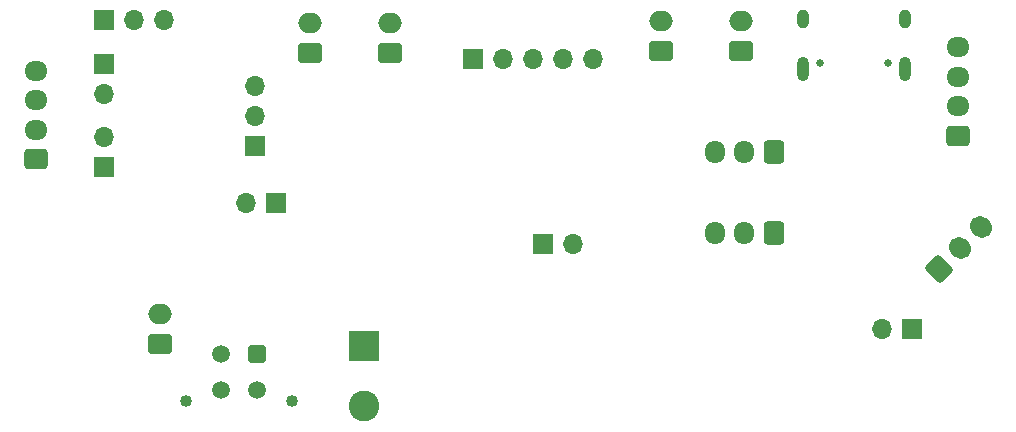
<source format=gbr>
%TF.GenerationSoftware,KiCad,Pcbnew,8.0.2-1*%
%TF.CreationDate,2024-05-24T18:49:40-04:00*%
%TF.ProjectId,checkpoint,63686563-6b70-46f6-996e-742e6b696361,v1.1*%
%TF.SameCoordinates,Original*%
%TF.FileFunction,Soldermask,Bot*%
%TF.FilePolarity,Negative*%
%FSLAX46Y46*%
G04 Gerber Fmt 4.6, Leading zero omitted, Abs format (unit mm)*
G04 Created by KiCad (PCBNEW 8.0.2-1) date 2024-05-24 18:49:40*
%MOMM*%
%LPD*%
G01*
G04 APERTURE LIST*
G04 Aperture macros list*
%AMRoundRect*
0 Rectangle with rounded corners*
0 $1 Rounding radius*
0 $2 $3 $4 $5 $6 $7 $8 $9 X,Y pos of 4 corners*
0 Add a 4 corners polygon primitive as box body*
4,1,4,$2,$3,$4,$5,$6,$7,$8,$9,$2,$3,0*
0 Add four circle primitives for the rounded corners*
1,1,$1+$1,$2,$3*
1,1,$1+$1,$4,$5*
1,1,$1+$1,$6,$7*
1,1,$1+$1,$8,$9*
0 Add four rect primitives between the rounded corners*
20,1,$1+$1,$2,$3,$4,$5,0*
20,1,$1+$1,$4,$5,$6,$7,0*
20,1,$1+$1,$6,$7,$8,$9,0*
20,1,$1+$1,$8,$9,$2,$3,0*%
%AMHorizOval*
0 Thick line with rounded ends*
0 $1 width*
0 $2 $3 position (X,Y) of the first rounded end (center of the circle)*
0 $4 $5 position (X,Y) of the second rounded end (center of the circle)*
0 Add line between two ends*
20,1,$1,$2,$3,$4,$5,0*
0 Add two circle primitives to create the rounded ends*
1,1,$1,$2,$3*
1,1,$1,$4,$5*%
G04 Aperture macros list end*
%ADD10RoundRect,0.250000X0.750000X-0.600000X0.750000X0.600000X-0.750000X0.600000X-0.750000X-0.600000X0*%
%ADD11O,2.000000X1.700000*%
%ADD12R,1.700000X1.700000*%
%ADD13O,1.700000X1.700000*%
%ADD14R,2.600000X2.600000*%
%ADD15C,2.600000*%
%ADD16RoundRect,0.250000X0.600000X0.725000X-0.600000X0.725000X-0.600000X-0.725000X0.600000X-0.725000X0*%
%ADD17O,1.700000X1.950000*%
%ADD18RoundRect,0.250000X0.725000X-0.600000X0.725000X0.600000X-0.725000X0.600000X-0.725000X-0.600000X0*%
%ADD19O,1.950000X1.700000*%
%ADD20C,0.650000*%
%ADD21O,1.000000X2.100000*%
%ADD22O,1.000000X1.600000*%
%ADD23C,1.020000*%
%ADD24RoundRect,0.250001X0.499999X0.499999X-0.499999X0.499999X-0.499999X-0.499999X0.499999X-0.499999X0*%
%ADD25C,1.500000*%
%ADD26RoundRect,0.250000X0.088388X-0.936916X0.936916X-0.088388X-0.088388X0.936916X-0.936916X0.088388X0*%
%ADD27HorizOval,1.700000X-0.088388X0.088388X0.088388X-0.088388X0*%
G04 APERTURE END LIST*
D10*
%TO.C,J1*%
X27039592Y-7108882D03*
D11*
X27039592Y-4608882D03*
%TD*%
D12*
%TO.C,JP1*%
X24144592Y-19858882D03*
D13*
X21604592Y-19858882D03*
%TD*%
D10*
%TO.C,J2*%
X33824592Y-7108882D03*
D11*
X33824592Y-4608882D03*
%TD*%
D10*
%TO.C,J10*%
X14319592Y-31733882D03*
D11*
X14319592Y-29233882D03*
%TD*%
D14*
%TO.C,J18*%
X31625000Y-31955000D03*
D15*
X31625000Y-37035000D03*
%TD*%
D12*
%TO.C,JP2*%
X77953454Y-30490000D03*
D13*
X75413454Y-30490000D03*
%TD*%
D12*
%TO.C,J8*%
X9539592Y-16788882D03*
D13*
X9539592Y-14248882D03*
%TD*%
D16*
%TO.C,J14*%
X66300000Y-22320000D03*
D17*
X63800000Y-22320000D03*
X61300000Y-22320000D03*
%TD*%
D12*
%TO.C,J15*%
X40810000Y-7630000D03*
D13*
X43350000Y-7630000D03*
X45890000Y-7630000D03*
X48430000Y-7630000D03*
X50970000Y-7630000D03*
%TD*%
D12*
%TO.C,J6*%
X9534592Y-4358882D03*
D13*
X12074592Y-4358882D03*
X14614592Y-4358882D03*
%TD*%
D10*
%TO.C,J3*%
X56739592Y-6908882D03*
D11*
X56739592Y-4408882D03*
%TD*%
D12*
%TO.C,J5*%
X9549592Y-8019471D03*
D13*
X9549592Y-10559471D03*
%TD*%
D12*
%TO.C,J11*%
X46719592Y-23278882D03*
D13*
X49259592Y-23278882D03*
%TD*%
D16*
%TO.C,J13*%
X66290000Y-15535000D03*
D17*
X63790000Y-15535000D03*
X61290000Y-15535000D03*
%TD*%
D18*
%TO.C,J7*%
X3790000Y-16110000D03*
D19*
X3790000Y-13610000D03*
X3790000Y-11110000D03*
X3790000Y-8610000D03*
%TD*%
D18*
%TO.C,J19*%
X81840000Y-14140000D03*
D19*
X81840000Y-11640000D03*
X81840000Y-9140000D03*
X81840000Y-6640000D03*
%TD*%
D20*
%TO.C,J16*%
X75939592Y-7938882D03*
X70159592Y-7938882D03*
D21*
X77369592Y-8438882D03*
D22*
X77369592Y-4258882D03*
D21*
X68729592Y-8438882D03*
D22*
X68729592Y-4258882D03*
%TD*%
D12*
%TO.C,J9*%
X22379592Y-14958882D03*
D13*
X22379592Y-12418882D03*
X22379592Y-9878882D03*
%TD*%
D10*
%TO.C,J4*%
X63509592Y-6908882D03*
D11*
X63509592Y-4408882D03*
%TD*%
D23*
%TO.C,J17*%
X25519592Y-36578882D03*
X16519592Y-36578882D03*
D24*
X22519592Y-32638882D03*
D25*
X19519592Y-32638882D03*
X22519592Y-35638882D03*
X19519592Y-35638882D03*
%TD*%
D26*
%TO.C,J12*%
X80271752Y-25377286D03*
D27*
X82039519Y-23609519D03*
X83807286Y-21841752D03*
%TD*%
M02*

</source>
